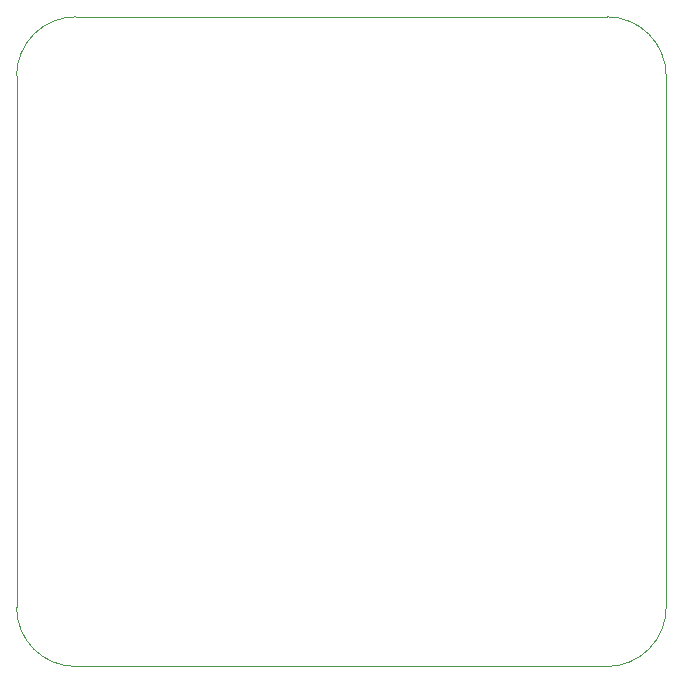
<source format=gbr>
%TF.GenerationSoftware,KiCad,Pcbnew,9.0.2*%
%TF.CreationDate,2025-10-01T22:28:11+03:00*%
%TF.ProjectId,customESP32board,63757374-6f6d-4455-9350-3332626f6172,rev?*%
%TF.SameCoordinates,Original*%
%TF.FileFunction,Profile,NP*%
%FSLAX46Y46*%
G04 Gerber Fmt 4.6, Leading zero omitted, Abs format (unit mm)*
G04 Created by KiCad (PCBNEW 9.0.2) date 2025-10-01 22:28:11*
%MOMM*%
%LPD*%
G01*
G04 APERTURE LIST*
%TA.AperFunction,Profile*%
%ADD10C,0.050000*%
%TD*%
G04 APERTURE END LIST*
D10*
X154500000Y-73500000D02*
G75*
G02*
X159500000Y-78500000I0J-5000000D01*
G01*
X109500000Y-128500000D02*
G75*
G02*
X104500000Y-123500000I0J5000000D01*
G01*
X104500000Y-78500000D02*
G75*
G02*
X109500000Y-73500000I5000000J0D01*
G01*
X154500000Y-128500000D02*
X109500000Y-128500000D01*
X159500000Y-123500000D02*
G75*
G02*
X154500000Y-128500000I-5000000J0D01*
G01*
X109500000Y-73500000D02*
X154500000Y-73500000D01*
X159500000Y-78500000D02*
X159500000Y-123500000D01*
X104500000Y-123500000D02*
X104500000Y-78500000D01*
M02*

</source>
